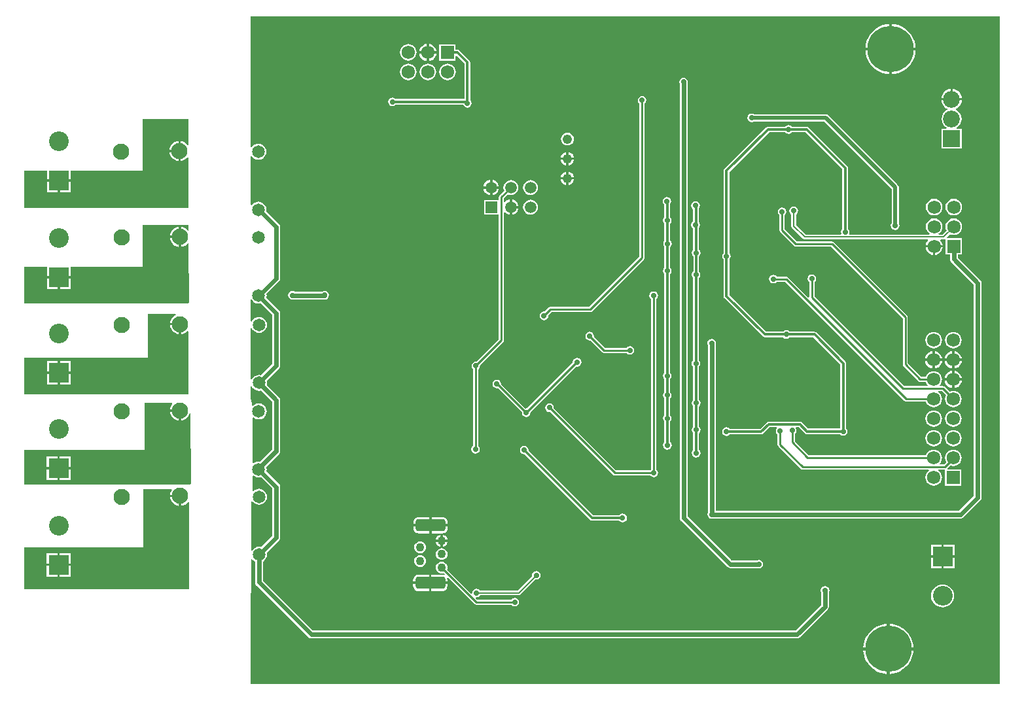
<source format=gbl>
G04*
G04 #@! TF.GenerationSoftware,Altium Limited,Altium Designer,25.2.1 (25)*
G04*
G04 Layer_Physical_Order=2*
G04 Layer_Color=16711680*
%FSLAX44Y44*%
%MOMM*%
G71*
G04*
G04 #@! TF.SameCoordinates,A71CF6F4-CF6F-4F02-8CC4-27F24B5748F8*
G04*
G04*
G04 #@! TF.FilePolarity,Positive*
G04*
G01*
G75*
%ADD11C,0.3000*%
%ADD13C,0.2000*%
%ADD62C,1.1000*%
%ADD63C,1.6500*%
%ADD75R,2.5500X2.5500*%
%ADD100C,0.2500*%
%ADD101C,0.6000*%
%ADD106C,0.2540*%
%ADD107C,0.5000*%
%ADD110C,6.0000*%
G04:AMPARAMS|DCode=111|XSize=1.6mm|YSize=3.9mm|CornerRadius=0.4mm|HoleSize=0mm|Usage=FLASHONLY|Rotation=90.000|XOffset=0mm|YOffset=0mm|HoleType=Round|Shape=RoundedRectangle|*
%AMROUNDEDRECTD111*
21,1,1.6000,3.1000,0,0,90.0*
21,1,0.8000,3.9000,0,0,90.0*
1,1,0.8000,1.5500,0.4000*
1,1,0.8000,1.5500,-0.4000*
1,1,0.8000,-1.5500,-0.4000*
1,1,0.8000,-1.5500,0.4000*
%
%ADD111ROUNDEDRECTD111*%
%ADD112R,1.7250X1.7250*%
%ADD113C,1.7250*%
%ADD114R,1.7250X1.7250*%
%ADD115C,2.5500*%
%ADD116C,1.2400*%
%ADD117C,2.1000*%
%ADD118C,1.5000*%
%ADD119R,1.5000X1.5000*%
%ADD120R,2.1750X2.1750*%
%ADD121C,2.1750*%
%ADD122C,0.7000*%
G36*
X217671Y734431D02*
X217715Y701374D01*
X216446Y700942D01*
X215301Y702434D01*
X212577Y704525D01*
X209405Y705839D01*
X207501Y706089D01*
Y693134D01*
Y680179D01*
X209405Y680430D01*
X212577Y681744D01*
X215301Y683834D01*
X216467Y685354D01*
X217738Y684924D01*
X217825Y620459D01*
X216928Y619560D01*
X5250Y619560D01*
X5250Y667431D01*
X34460D01*
Y656584D01*
X49750D01*
X65040D01*
Y667431D01*
X158305Y667431D01*
Y734431D01*
X217671Y734431D01*
D02*
G37*
G36*
X1267488Y2549D02*
X299142D01*
X298244Y3447D01*
X298246Y117362D01*
X298339Y117912D01*
X298340Y117939D01*
X298345Y117966D01*
X298589Y122429D01*
X298837Y126884D01*
X298835Y126911D01*
X298837Y126938D01*
X298786Y164456D01*
X300055Y164879D01*
X301440Y163074D01*
X303581Y161431D01*
X303652Y161402D01*
Y134750D01*
X304040Y132799D01*
X305145Y131145D01*
X372895Y63395D01*
X374549Y62290D01*
X376500Y61902D01*
X1005000D01*
X1006951Y62290D01*
X1008605Y63395D01*
X1044855Y99645D01*
X1045960Y101299D01*
X1046348Y103250D01*
Y121730D01*
X1046431Y121854D01*
X1046858Y124000D01*
X1046431Y126146D01*
X1045215Y127965D01*
X1043396Y129181D01*
X1041250Y129608D01*
X1039104Y129181D01*
X1037285Y127965D01*
X1036069Y126146D01*
X1035642Y124000D01*
X1036069Y121854D01*
X1036152Y121730D01*
Y105362D01*
X1002888Y72098D01*
X378612D01*
X313848Y136861D01*
Y161402D01*
X313920Y161431D01*
X316061Y163074D01*
X317704Y165215D01*
X318736Y167709D01*
X319089Y170384D01*
X318736Y173060D01*
X318707Y173131D01*
X334855Y189279D01*
X335960Y190933D01*
X336348Y192884D01*
Y258135D01*
X335960Y260086D01*
X334855Y261740D01*
X318457Y278137D01*
X318486Y278209D01*
X318839Y280884D01*
X318486Y283560D01*
X318130Y284421D01*
X334855Y301145D01*
X335960Y302799D01*
X336348Y304750D01*
Y370385D01*
X335960Y372336D01*
X334855Y373989D01*
X318707Y390137D01*
X318736Y390209D01*
X319089Y392884D01*
X318736Y395560D01*
X318707Y395631D01*
X334855Y411779D01*
X335960Y413433D01*
X336348Y415384D01*
Y483135D01*
X335960Y485086D01*
X334855Y486740D01*
X318457Y503137D01*
X318486Y503209D01*
X318839Y505884D01*
X318519Y508310D01*
X334855Y524645D01*
X335960Y526299D01*
X336348Y528250D01*
Y594589D01*
X335960Y596540D01*
X334855Y598194D01*
X318057Y614992D01*
X318339Y617134D01*
X317987Y619810D01*
X316954Y622304D01*
X315311Y624445D01*
X313170Y626088D01*
X310676Y627121D01*
X308000Y627473D01*
X305325Y627121D01*
X302831Y626088D01*
X300690Y624445D01*
X299523Y622923D01*
X298253Y623354D01*
X298253Y685913D01*
X299523Y686344D01*
X300690Y684824D01*
X302831Y683181D01*
X305325Y682148D01*
X308000Y681796D01*
X310676Y682148D01*
X313170Y683181D01*
X315311Y684824D01*
X316954Y686965D01*
X317987Y689458D01*
X318339Y692134D01*
X317987Y694810D01*
X316954Y697303D01*
X315311Y699445D01*
X313170Y701088D01*
X310676Y702121D01*
X308000Y702473D01*
X305325Y702121D01*
X302831Y701088D01*
X300690Y699445D01*
X299524Y697925D01*
X298254Y698356D01*
X298256Y867397D01*
X1267488D01*
Y2549D01*
D02*
G37*
G36*
X217844Y597431D02*
X217854Y590485D01*
X216651Y590076D01*
X215801Y591185D01*
X213077Y593275D01*
X209904Y594589D01*
X208000Y594839D01*
Y581884D01*
Y568929D01*
X209904Y569180D01*
X213077Y570494D01*
X215801Y572584D01*
X216674Y573722D01*
X217877Y573315D01*
X217981Y496475D01*
X217083Y495576D01*
X5437Y495576D01*
X5437Y543447D01*
X34460D01*
Y531276D01*
X49750D01*
X65040D01*
Y543447D01*
X158461D01*
X158461Y597431D01*
X217844Y597431D01*
D02*
G37*
G36*
X299547Y500715D02*
X301190Y498574D01*
X303331Y496931D01*
X305825Y495898D01*
X308500Y495546D01*
X311176Y495898D01*
X311247Y495928D01*
X326152Y481023D01*
Y417496D01*
X311497Y402841D01*
X311426Y402870D01*
X308750Y403223D01*
X306075Y402870D01*
X303581Y401838D01*
X301440Y400195D01*
X299797Y398054D01*
X299520Y397384D01*
X298250Y397636D01*
X298251Y463130D01*
X299520Y463383D01*
X299797Y462715D01*
X301440Y460574D01*
X303581Y458931D01*
X306075Y457898D01*
X308750Y457546D01*
X311426Y457898D01*
X313920Y458931D01*
X316061Y460574D01*
X317704Y462715D01*
X318736Y465209D01*
X319089Y467884D01*
X318736Y470560D01*
X317704Y473054D01*
X316061Y475195D01*
X313920Y476838D01*
X311426Y477870D01*
X308750Y478223D01*
X306075Y477870D01*
X303581Y476838D01*
X301440Y475195D01*
X299797Y473054D01*
X299521Y472386D01*
X298251Y472639D01*
X298251Y500525D01*
X299521Y500778D01*
X299547Y500715D01*
D02*
G37*
G36*
X200853Y481931D02*
X201106Y480661D01*
X200174Y480275D01*
X197450Y478185D01*
X195360Y475461D01*
X194046Y472288D01*
X193795Y470385D01*
X206751D01*
Y468885D01*
X208251D01*
Y455929D01*
X210154Y456180D01*
X213327Y457494D01*
X216051Y459584D01*
X216200Y459778D01*
X217402Y459371D01*
X217511Y379079D01*
X216614Y378181D01*
X5250Y378181D01*
X5250Y425181D01*
X165000Y425181D01*
X165000Y481931D01*
X200853Y481931D01*
D02*
G37*
G36*
X299797Y387715D02*
X301440Y385574D01*
X303581Y383931D01*
X306075Y382898D01*
X308750Y382546D01*
X311426Y382898D01*
X311497Y382928D01*
X326152Y368273D01*
Y306862D01*
X310279Y290989D01*
X308500Y291223D01*
X305825Y290870D01*
X303331Y289838D01*
X301876Y288721D01*
X300605Y289347D01*
X300527Y347482D01*
X301796Y348109D01*
X303331Y346931D01*
X305825Y345898D01*
X308500Y345546D01*
X311176Y345898D01*
X313670Y346931D01*
X315811Y348574D01*
X317454Y350715D01*
X318486Y353209D01*
X318839Y355884D01*
X318486Y358560D01*
X317454Y361054D01*
X315811Y363195D01*
X313670Y364838D01*
X311176Y365871D01*
X308500Y366223D01*
X305825Y365871D01*
X303331Y364838D01*
X301190Y363195D01*
X301143Y363134D01*
X299798Y363467D01*
X299349Y366084D01*
X298755Y369909D01*
X298591Y370511D01*
X298486Y371127D01*
X298249Y371943D01*
X298249Y388133D01*
X299520Y388385D01*
X299797Y387715D01*
D02*
G37*
G36*
X196025Y366739D02*
X196651Y365469D01*
X195110Y363461D01*
X193796Y360289D01*
X193545Y358384D01*
X206500D01*
Y356884D01*
X208001D01*
Y343929D01*
X209904Y344180D01*
X213077Y345494D01*
X215801Y347584D01*
X217891Y350308D01*
X219205Y353480D01*
X220393Y353191D01*
X220517Y261686D01*
X219619Y260788D01*
X5250Y260788D01*
X5250Y305931D01*
X161015Y305931D01*
X161015Y366739D01*
X196025Y366739D01*
D02*
G37*
G36*
X303331Y271931D02*
X305825Y270898D01*
X308500Y270546D01*
X311176Y270898D01*
X311247Y270928D01*
X326152Y256023D01*
Y194996D01*
X311497Y180341D01*
X311426Y180371D01*
X308750Y180723D01*
X306075Y180371D01*
X303581Y179338D01*
X301440Y177695D01*
X300040Y175871D01*
X298770Y176253D01*
X298685Y238376D01*
X298666Y238723D01*
X298682Y239071D01*
X298674Y239183D01*
X298872Y239350D01*
X300599Y239170D01*
X301440Y238074D01*
X303581Y236431D01*
X306075Y235398D01*
X308750Y235046D01*
X311426Y235398D01*
X313920Y236431D01*
X316061Y238074D01*
X317704Y240215D01*
X318736Y242709D01*
X319089Y245384D01*
X318736Y248060D01*
X317704Y250554D01*
X316061Y252695D01*
X313920Y254338D01*
X311426Y255371D01*
X308750Y255723D01*
X306075Y255371D01*
X303581Y254338D01*
X301440Y252695D01*
X301397Y252639D01*
X300972Y252702D01*
X300168Y253123D01*
X300396Y257283D01*
X300643Y261740D01*
X300641Y261768D01*
X300643Y261795D01*
X300628Y272404D01*
X301898Y273031D01*
X303331Y271931D01*
D02*
G37*
G36*
X195820Y255431D02*
X196381Y254292D01*
X195360Y252961D01*
X194046Y249788D01*
X193795Y247885D01*
X206749D01*
Y246385D01*
X208249D01*
Y233429D01*
X210154Y233680D01*
X213327Y234994D01*
X216051Y237084D01*
X217289Y238698D01*
X218559Y238267D01*
X218711Y126829D01*
X217813Y125931D01*
X5250Y125931D01*
X5250Y179681D01*
X159171Y179681D01*
X159171Y255431D01*
X195820Y255431D01*
D02*
G37*
%LPC*%
G36*
X204501Y706089D02*
X202596Y705839D01*
X199424Y704525D01*
X196700Y702434D01*
X194610Y699711D01*
X193296Y696538D01*
X193045Y694634D01*
X204501D01*
Y706089D01*
D02*
G37*
G36*
Y691634D02*
X193045D01*
X193296Y689730D01*
X194610Y686558D01*
X196700Y683834D01*
X199424Y681744D01*
X202596Y680430D01*
X204501Y680179D01*
Y691634D01*
D02*
G37*
G36*
X65040Y653584D02*
X51250D01*
Y639794D01*
X65040D01*
Y653584D01*
D02*
G37*
G36*
X48250D02*
X34460D01*
Y639794D01*
X48250D01*
Y653584D01*
D02*
G37*
G36*
X1128000Y857483D02*
Y827000D01*
X1158483D01*
X1158239Y830106D01*
X1157043Y835087D01*
X1155083Y839818D01*
X1152407Y844186D01*
X1149080Y848080D01*
X1145186Y851407D01*
X1140818Y854083D01*
X1136087Y856043D01*
X1131106Y857239D01*
X1128000Y857483D01*
D02*
G37*
G36*
X1124000D02*
X1120894Y857239D01*
X1115913Y856043D01*
X1111181Y854083D01*
X1106814Y851407D01*
X1102920Y848080D01*
X1099593Y844186D01*
X1096917Y839818D01*
X1094957Y835087D01*
X1093761Y830106D01*
X1093517Y827000D01*
X1124000D01*
Y857483D01*
D02*
G37*
G36*
X528852Y831792D02*
Y822228D01*
X538415D01*
X538229Y823643D01*
X537104Y826359D01*
X535315Y828691D01*
X532982Y830481D01*
X530266Y831606D01*
X528852Y831792D01*
D02*
G37*
G36*
X525852D02*
X524437Y831606D01*
X521721Y830481D01*
X519389Y828691D01*
X517599Y826359D01*
X516474Y823643D01*
X516288Y822228D01*
X525852D01*
Y831792D01*
D02*
G37*
G36*
X501952Y831445D02*
X499178Y831079D01*
X496593Y830009D01*
X494374Y828306D01*
X492671Y826086D01*
X491600Y823502D01*
X491235Y820728D01*
X491600Y817954D01*
X492671Y815370D01*
X494374Y813150D01*
X496593Y811447D01*
X499178Y810376D01*
X501952Y810011D01*
X504725Y810376D01*
X507310Y811447D01*
X509529Y813150D01*
X511232Y815370D01*
X512303Y817954D01*
X512668Y820728D01*
X512303Y823502D01*
X511232Y826086D01*
X509529Y828306D01*
X507310Y830009D01*
X504725Y831079D01*
X501952Y831445D01*
D02*
G37*
G36*
X538415Y819228D02*
X528852D01*
Y809664D01*
X530266Y809850D01*
X532982Y810975D01*
X535315Y812765D01*
X537104Y815097D01*
X538229Y817813D01*
X538415Y819228D01*
D02*
G37*
G36*
X525852D02*
X516288D01*
X516474Y817813D01*
X517599Y815097D01*
X519389Y812765D01*
X521721Y810975D01*
X524437Y809850D01*
X525852Y809664D01*
Y819228D01*
D02*
G37*
G36*
X1158483Y823000D02*
X1128000D01*
Y792517D01*
X1131106Y792761D01*
X1136087Y793957D01*
X1140818Y795917D01*
X1145186Y798593D01*
X1149080Y801920D01*
X1152407Y805814D01*
X1155083Y810182D01*
X1157043Y814913D01*
X1158239Y819894D01*
X1158483Y823000D01*
D02*
G37*
G36*
X1124000D02*
X1093517D01*
X1093761Y819894D01*
X1094957Y814913D01*
X1096917Y810182D01*
X1099593Y805814D01*
X1102920Y801920D01*
X1106814Y798593D01*
X1111181Y795917D01*
X1115913Y793957D01*
X1120894Y792761D01*
X1124000Y792517D01*
Y823000D01*
D02*
G37*
G36*
X552752Y806045D02*
X549978Y805679D01*
X547393Y804609D01*
X545174Y802906D01*
X543471Y800686D01*
X542400Y798102D01*
X542035Y795328D01*
X542400Y792554D01*
X543471Y789970D01*
X545174Y787750D01*
X547393Y786047D01*
X549978Y784976D01*
X552752Y784611D01*
X555525Y784976D01*
X558110Y786047D01*
X560329Y787750D01*
X562033Y789970D01*
X563103Y792554D01*
X563468Y795328D01*
X563103Y798102D01*
X562033Y800686D01*
X560329Y802906D01*
X558110Y804609D01*
X555525Y805679D01*
X552752Y806045D01*
D02*
G37*
G36*
X527352D02*
X524578Y805679D01*
X521993Y804609D01*
X519774Y802906D01*
X518071Y800686D01*
X517000Y798102D01*
X516635Y795328D01*
X517000Y792554D01*
X518071Y789970D01*
X519774Y787750D01*
X521993Y786047D01*
X524578Y784976D01*
X527352Y784611D01*
X530125Y784976D01*
X532710Y786047D01*
X534929Y787750D01*
X536632Y789970D01*
X537703Y792554D01*
X538068Y795328D01*
X537703Y798102D01*
X536632Y800686D01*
X534929Y802906D01*
X532710Y804609D01*
X530125Y805679D01*
X527352Y806045D01*
D02*
G37*
G36*
X501952D02*
X499178Y805679D01*
X496593Y804609D01*
X494374Y802906D01*
X492671Y800686D01*
X491600Y798102D01*
X491235Y795328D01*
X491600Y792554D01*
X492671Y789970D01*
X494374Y787750D01*
X496593Y786047D01*
X499178Y784976D01*
X501952Y784611D01*
X504725Y784976D01*
X507310Y786047D01*
X509529Y787750D01*
X511232Y789970D01*
X512303Y792554D01*
X512668Y795328D01*
X512303Y798102D01*
X511232Y800686D01*
X509529Y802906D01*
X507310Y804609D01*
X504725Y805679D01*
X501952Y806045D01*
D02*
G37*
G36*
X1206530Y773424D02*
Y761591D01*
X1218363D01*
X1218100Y763593D01*
X1216748Y766856D01*
X1214598Y769659D01*
X1211795Y771809D01*
X1208532Y773160D01*
X1206530Y773424D01*
D02*
G37*
G36*
X1203530Y773424D02*
X1201528Y773160D01*
X1198265Y771809D01*
X1195462Y769659D01*
X1193312Y766856D01*
X1191960Y763593D01*
X1191697Y761591D01*
X1203530D01*
Y773424D01*
D02*
G37*
G36*
X563377Y831353D02*
X542127D01*
Y810103D01*
X563377D01*
Y816045D01*
X564647Y816572D01*
X574931Y806287D01*
Y760319D01*
X485730D01*
X485465Y760715D01*
X483646Y761931D01*
X481500Y762358D01*
X479354Y761931D01*
X477535Y760715D01*
X476319Y758896D01*
X475892Y756750D01*
X476319Y754604D01*
X477535Y752785D01*
X479354Y751569D01*
X481500Y751142D01*
X483646Y751569D01*
X485465Y752785D01*
X485730Y753181D01*
X573219D01*
X573319Y752677D01*
X574535Y750858D01*
X576354Y749642D01*
X578500Y749215D01*
X580646Y749642D01*
X582465Y750858D01*
X583681Y752677D01*
X584108Y754823D01*
X583681Y756969D01*
X582465Y758789D01*
X582069Y759054D01*
Y807765D01*
X581797Y809130D01*
X581023Y810288D01*
X568031Y823281D01*
X566873Y824054D01*
X565507Y824326D01*
X565359Y824296D01*
X563377D01*
Y831353D01*
D02*
G37*
G36*
X707867Y716777D02*
X705726Y716495D01*
X703731Y715669D01*
X702018Y714355D01*
X700704Y712642D01*
X699878Y710647D01*
X699596Y708506D01*
X699878Y706366D01*
X700704Y704371D01*
X702018Y702658D01*
X703731Y701344D01*
X705726Y700517D01*
X707867Y700236D01*
X710007Y700517D01*
X712002Y701344D01*
X713715Y702658D01*
X715029Y704371D01*
X715855Y706366D01*
X716137Y708506D01*
X715855Y710647D01*
X715029Y712642D01*
X713715Y714355D01*
X712002Y715669D01*
X710007Y716495D01*
X707867Y716777D01*
D02*
G37*
G36*
X1218363Y758591D02*
X1205030D01*
X1191697D01*
X1191960Y756589D01*
X1193312Y753325D01*
X1195462Y750523D01*
X1198265Y748373D01*
X1199808Y747734D01*
Y746463D01*
X1198537Y745937D01*
X1195847Y743873D01*
X1193784Y741184D01*
X1192486Y738052D01*
X1192044Y734691D01*
X1192486Y731330D01*
X1193784Y728198D01*
X1195847Y725508D01*
X1198537Y723445D01*
X1198617Y723411D01*
X1198369Y722166D01*
X1192155D01*
Y696416D01*
X1217905D01*
Y722166D01*
X1211691D01*
X1211443Y723411D01*
X1211523Y723445D01*
X1214212Y725508D01*
X1216276Y728198D01*
X1217574Y731330D01*
X1218016Y734691D01*
X1217574Y738052D01*
X1216276Y741184D01*
X1214212Y743873D01*
X1211523Y745937D01*
X1210252Y746463D01*
Y747734D01*
X1211795Y748373D01*
X1214598Y750523D01*
X1216748Y753325D01*
X1218100Y756589D01*
X1218363Y758591D01*
D02*
G37*
G36*
X709366Y691724D02*
Y684606D01*
X716484D01*
X716382Y685388D01*
X715501Y687514D01*
X714100Y689340D01*
X712274Y690741D01*
X710148Y691621D01*
X709366Y691724D01*
D02*
G37*
G36*
X706366Y691724D02*
X705585Y691621D01*
X703459Y690741D01*
X701633Y689340D01*
X700232Y687514D01*
X699352Y685388D01*
X699249Y684606D01*
X706366D01*
Y691724D01*
D02*
G37*
G36*
Y681606D02*
X699249D01*
X699352Y680825D01*
X700232Y678699D01*
X701633Y676873D01*
X703459Y675472D01*
X705585Y674591D01*
X706366Y674489D01*
Y681606D01*
D02*
G37*
G36*
X716484D02*
X709366D01*
Y674488D01*
X710148Y674591D01*
X712274Y675472D01*
X714100Y676873D01*
X715501Y678699D01*
X716382Y680825D01*
X716484Y681606D01*
D02*
G37*
G36*
X709366Y666324D02*
Y659206D01*
X716484D01*
X716382Y659988D01*
X715501Y662114D01*
X714100Y663940D01*
X712274Y665341D01*
X710148Y666221D01*
X709366Y666324D01*
D02*
G37*
G36*
X706366Y666324D02*
X705585Y666221D01*
X703459Y665341D01*
X701633Y663940D01*
X700232Y662114D01*
X699352Y659988D01*
X699249Y659206D01*
X706366D01*
Y666324D01*
D02*
G37*
G36*
Y656206D02*
X699249D01*
X699352Y655425D01*
X700232Y653299D01*
X701633Y651473D01*
X703459Y650072D01*
X705585Y649191D01*
X706366Y649089D01*
Y656206D01*
D02*
G37*
G36*
X716484D02*
X709366D01*
Y649088D01*
X710148Y649191D01*
X712274Y650072D01*
X714100Y651473D01*
X715501Y653299D01*
X716382Y655425D01*
X716484Y656206D01*
D02*
G37*
G36*
X610819Y655683D02*
Y647254D01*
X619248D01*
X619101Y648375D01*
X618089Y650817D01*
X616480Y652915D01*
X614383Y654524D01*
X611940Y655536D01*
X610819Y655683D01*
D02*
G37*
G36*
X607819D02*
X606698Y655536D01*
X604256Y654524D01*
X602159Y652915D01*
X600549Y650817D01*
X599538Y648375D01*
X599390Y647254D01*
X607819D01*
Y655683D01*
D02*
G37*
G36*
X660119Y655336D02*
X657639Y655010D01*
X655328Y654052D01*
X653344Y652530D01*
X651821Y650545D01*
X650864Y648234D01*
X650537Y645754D01*
X650864Y643274D01*
X651821Y640963D01*
X653344Y638979D01*
X655328Y637456D01*
X657639Y636498D01*
X660119Y636172D01*
X662599Y636498D01*
X664910Y637456D01*
X666895Y638979D01*
X668418Y640963D01*
X669375Y643274D01*
X669701Y645754D01*
X669375Y648234D01*
X668418Y650545D01*
X666895Y652530D01*
X664910Y654052D01*
X662599Y655010D01*
X660119Y655336D01*
D02*
G37*
G36*
X634719D02*
X632239Y655010D01*
X629928Y654052D01*
X627944Y652530D01*
X626421Y650545D01*
X625464Y648234D01*
X625137Y645754D01*
X625464Y643274D01*
X626076Y641797D01*
X620157Y635878D01*
X619439Y634803D01*
X619186Y633535D01*
Y630972D01*
X618819Y629854D01*
X617916Y629854D01*
X599819D01*
Y610854D01*
X617916D01*
X618819Y610854D01*
X619186Y609736D01*
Y449373D01*
X590269Y420455D01*
X589500Y420608D01*
X587354Y420181D01*
X585535Y418965D01*
X584319Y417146D01*
X583892Y415000D01*
X584319Y412854D01*
X585535Y411035D01*
X585933Y410769D01*
Y311435D01*
X585027Y310830D01*
X583812Y309011D01*
X583385Y306865D01*
X583812Y304719D01*
X585027Y302900D01*
X586847Y301684D01*
X588993Y301257D01*
X591138Y301684D01*
X592958Y302900D01*
X594173Y304719D01*
X594600Y306865D01*
X594173Y309011D01*
X592958Y310830D01*
X592560Y311096D01*
Y410430D01*
X593465Y411035D01*
X594681Y412854D01*
X595108Y415000D01*
X594955Y415769D01*
X624843Y445657D01*
X625561Y446732D01*
X625814Y448000D01*
Y613381D01*
X627084Y613812D01*
X627559Y613193D01*
X629656Y611584D01*
X632098Y610572D01*
X633219Y610425D01*
Y620354D01*
Y630283D01*
X632098Y630136D01*
X629656Y629124D01*
X627559Y627515D01*
X627084Y626895D01*
X625814Y627327D01*
Y632162D01*
X630762Y637110D01*
X632239Y636498D01*
X634719Y636172D01*
X637199Y636498D01*
X639510Y637456D01*
X641495Y638979D01*
X643018Y640963D01*
X643975Y643274D01*
X644301Y645754D01*
X643975Y648234D01*
X643018Y650545D01*
X641495Y652530D01*
X639510Y654052D01*
X637199Y655010D01*
X634719Y655336D01*
D02*
G37*
G36*
X619248Y644254D02*
X610819D01*
Y635825D01*
X611940Y635972D01*
X614383Y636984D01*
X616480Y638593D01*
X618089Y640691D01*
X619101Y643133D01*
X619248Y644254D01*
D02*
G37*
G36*
X607819D02*
X599390D01*
X599538Y643133D01*
X600549Y640691D01*
X602159Y638593D01*
X604256Y636984D01*
X606698Y635972D01*
X607819Y635825D01*
Y644254D01*
D02*
G37*
G36*
X636219Y630283D02*
Y621854D01*
X644648D01*
X644501Y622975D01*
X643489Y625417D01*
X641880Y627515D01*
X639783Y629124D01*
X637340Y630136D01*
X636219Y630283D01*
D02*
G37*
G36*
X660119Y629936D02*
X657639Y629609D01*
X655328Y628652D01*
X653344Y627130D01*
X651821Y625145D01*
X650864Y622834D01*
X650537Y620354D01*
X650864Y617874D01*
X651821Y615563D01*
X653344Y613579D01*
X655328Y612056D01*
X657639Y611099D01*
X660119Y610772D01*
X662599Y611099D01*
X664910Y612056D01*
X666895Y613579D01*
X668418Y615563D01*
X669375Y617874D01*
X669701Y620354D01*
X669375Y622834D01*
X668418Y625145D01*
X666895Y627130D01*
X664910Y628652D01*
X662599Y629609D01*
X660119Y629936D01*
D02*
G37*
G36*
X644648Y618854D02*
X636219D01*
Y610425D01*
X637340Y610572D01*
X639783Y611584D01*
X641880Y613193D01*
X643489Y615291D01*
X644501Y617733D01*
X644648Y618854D01*
D02*
G37*
G36*
X1207804Y631143D02*
X1205030Y630778D01*
X1202445Y629707D01*
X1200226Y628004D01*
X1198523Y625784D01*
X1197452Y623200D01*
X1197087Y620426D01*
X1197452Y617652D01*
X1198523Y615068D01*
X1200226Y612848D01*
X1202445Y611145D01*
X1205030Y610075D01*
X1207804Y609709D01*
X1210577Y610075D01*
X1213162Y611145D01*
X1215381Y612848D01*
X1217085Y615068D01*
X1218155Y617652D01*
X1218520Y620426D01*
X1218155Y623200D01*
X1217085Y625784D01*
X1215381Y628004D01*
X1213162Y629707D01*
X1210577Y630778D01*
X1207804Y631143D01*
D02*
G37*
G36*
X1182404D02*
X1179630Y630778D01*
X1177045Y629707D01*
X1174826Y628004D01*
X1173123Y625784D01*
X1172052Y623200D01*
X1171687Y620426D01*
X1172052Y617652D01*
X1173123Y615068D01*
X1174826Y612848D01*
X1177045Y611145D01*
X1179630Y610075D01*
X1182404Y609709D01*
X1185177Y610075D01*
X1187762Y611145D01*
X1189982Y612848D01*
X1191685Y615068D01*
X1192755Y617652D01*
X1193120Y620426D01*
X1192755Y623200D01*
X1191685Y625784D01*
X1189982Y628004D01*
X1187762Y629707D01*
X1185177Y630778D01*
X1182404Y631143D01*
D02*
G37*
G36*
X946500Y741608D02*
X944354Y741181D01*
X942535Y739965D01*
X941319Y738146D01*
X940892Y736000D01*
X941319Y733854D01*
X942535Y732035D01*
X944354Y730819D01*
X946500Y730392D01*
X948646Y730819D01*
X949533Y731412D01*
X1040099D01*
X1127412Y644100D01*
Y599533D01*
X1126819Y598646D01*
X1126392Y596500D01*
X1126819Y594354D01*
X1128035Y592535D01*
X1129854Y591319D01*
X1132000Y590892D01*
X1134146Y591319D01*
X1135965Y592535D01*
X1137181Y594354D01*
X1137608Y596500D01*
X1137181Y598646D01*
X1136588Y599533D01*
Y646000D01*
X1136239Y647756D01*
X1135244Y649244D01*
X1045244Y739244D01*
X1043756Y740239D01*
X1042000Y740588D01*
X949533D01*
X948646Y741181D01*
X946500Y741608D01*
D02*
G37*
G36*
X994000Y726608D02*
X991854Y726181D01*
X990035Y724965D01*
X989770Y724569D01*
X967500D01*
X966134Y724297D01*
X964977Y723523D01*
X911254Y669801D01*
X910481Y668643D01*
X910209Y667278D01*
Y561044D01*
X909812Y560779D01*
X908597Y558960D01*
X908170Y556814D01*
X908597Y554668D01*
X909812Y552849D01*
X910209Y552584D01*
Y504972D01*
X910481Y503607D01*
X911254Y502449D01*
X960681Y453023D01*
X961838Y452249D01*
X963204Y451977D01*
X987020D01*
X987285Y451581D01*
X989105Y450365D01*
X991251Y449938D01*
X993397Y450365D01*
X995216Y451581D01*
X995481Y451977D01*
X1025976D01*
X1061224Y416729D01*
Y334282D01*
X1060828Y334017D01*
X1060563Y333621D01*
X1019464D01*
X1011618Y341466D01*
X1010460Y342240D01*
X1009094Y342512D01*
X978168D01*
X978116Y342547D01*
X976750Y342819D01*
X968250D01*
X966884Y342547D01*
X965727Y341773D01*
X957293Y333340D01*
X918008D01*
X917743Y333736D01*
X915924Y334952D01*
X913778Y335379D01*
X911632Y334952D01*
X909812Y333736D01*
X908597Y331917D01*
X908170Y329771D01*
X908597Y327625D01*
X909812Y325806D01*
X911632Y324590D01*
X913778Y324163D01*
X915924Y324590D01*
X917743Y325806D01*
X918008Y326203D01*
X958771D01*
X960137Y326474D01*
X961294Y327248D01*
X969728Y335681D01*
X975639D01*
X975691Y335646D01*
X977057Y335374D01*
X978528D01*
X979023Y334104D01*
X978037Y332628D01*
X977610Y330482D01*
X978037Y328336D01*
X979252Y326517D01*
X979884Y326095D01*
Y312968D01*
X980137Y311693D01*
X980860Y310611D01*
X1010003Y281468D01*
X1011084Y280746D01*
X1012360Y280492D01*
X1175513D01*
X1175944Y279222D01*
X1174220Y277899D01*
X1172517Y275679D01*
X1171446Y273095D01*
X1171081Y270321D01*
X1171446Y267547D01*
X1172517Y264963D01*
X1174220Y262743D01*
X1176439Y261040D01*
X1179024Y259969D01*
X1181798Y259604D01*
X1184571Y259969D01*
X1187156Y261040D01*
X1189376Y262743D01*
X1191079Y264963D01*
X1192149Y267547D01*
X1192514Y270321D01*
X1192149Y273095D01*
X1191079Y275679D01*
X1189376Y277899D01*
X1187651Y279222D01*
X1188082Y280492D01*
X1196399D01*
X1196573Y280349D01*
Y259696D01*
X1217823D01*
Y280946D01*
X1200030D01*
X1199504Y282216D01*
X1203175Y285887D01*
X1204424Y285369D01*
X1207198Y285004D01*
X1209971Y285369D01*
X1212556Y286440D01*
X1214776Y288143D01*
X1216479Y290363D01*
X1217549Y292947D01*
X1217915Y295721D01*
X1217549Y298495D01*
X1216479Y301079D01*
X1214776Y303299D01*
X1212556Y305002D01*
X1209971Y306073D01*
X1207198Y306438D01*
X1204424Y306073D01*
X1201839Y305002D01*
X1199620Y303299D01*
X1197917Y301079D01*
X1196846Y298495D01*
X1196481Y295721D01*
X1196846Y292947D01*
X1197917Y290363D01*
X1198049Y290191D01*
X1195018Y287160D01*
X1190020D01*
X1189596Y288430D01*
X1191079Y290363D01*
X1192149Y292947D01*
X1192514Y295721D01*
X1192149Y298495D01*
X1191079Y301079D01*
X1189376Y303299D01*
X1187156Y305002D01*
X1184571Y306073D01*
X1181798Y306438D01*
X1179024Y306073D01*
X1176439Y305002D01*
X1174220Y303299D01*
X1172517Y301079D01*
X1171678Y299055D01*
X1020257D01*
X1002054Y317257D01*
Y326984D01*
X1002686Y327406D01*
X1003901Y329225D01*
X1004328Y331371D01*
X1003901Y333517D01*
X1003509Y334104D01*
X1004187Y335374D01*
X1007616D01*
X1015462Y327529D01*
X1016620Y326755D01*
X1017985Y326483D01*
X1060563D01*
X1060828Y326087D01*
X1062647Y324871D01*
X1064793Y324444D01*
X1066939Y324871D01*
X1068758Y326087D01*
X1069974Y327906D01*
X1070401Y330052D01*
X1069974Y332198D01*
X1068758Y334017D01*
X1068361Y334282D01*
Y418207D01*
X1068090Y419573D01*
X1067316Y420731D01*
X1029977Y458069D01*
X1028820Y458843D01*
X1027454Y459115D01*
X995481D01*
X995216Y459511D01*
X993397Y460727D01*
X991251Y461154D01*
X989105Y460727D01*
X987285Y459511D01*
X987020Y459115D01*
X964682D01*
X917346Y506450D01*
Y552584D01*
X917743Y552849D01*
X918959Y554668D01*
X919385Y556814D01*
X918959Y558960D01*
X917743Y560779D01*
X917346Y561044D01*
Y665800D01*
X968978Y717431D01*
X989770D01*
X990035Y717035D01*
X991854Y715819D01*
X994000Y715392D01*
X996146Y715819D01*
X997965Y717035D01*
X998230Y717431D01*
X1015938D01*
X1063746Y669623D01*
Y592434D01*
X1063349Y592169D01*
X1062133Y590350D01*
X1061706Y588204D01*
X1062133Y586058D01*
X1062250Y585883D01*
X1061652Y584763D01*
X1016260D01*
X1003745Y597278D01*
Y611163D01*
X1004652Y611769D01*
X1005867Y613588D01*
X1006294Y615734D01*
X1005867Y617880D01*
X1004652Y619700D01*
X1002832Y620915D01*
X1000686Y621342D01*
X998540Y620915D01*
X996721Y619700D01*
X995506Y617880D01*
X995079Y615734D01*
X995506Y613588D01*
X996721Y611769D01*
X997628Y611163D01*
Y596011D01*
X997628Y596011D01*
X997861Y594840D01*
X998524Y593848D01*
X1012831Y579541D01*
X1012831Y579541D01*
X1013823Y578878D01*
X1014993Y578645D01*
X1173923D01*
X1174277Y577375D01*
X1172651Y575257D01*
X1171526Y572541D01*
X1171340Y571126D01*
X1182403D01*
X1193468D01*
X1193281Y572541D01*
X1192156Y575257D01*
X1190531Y577375D01*
X1190884Y578645D01*
X1194481D01*
X1194482Y578645D01*
X1195652Y578878D01*
X1195909Y579049D01*
X1197179Y578371D01*
Y559001D01*
X1202706D01*
Y553196D01*
X1203094Y551245D01*
X1204199Y549592D01*
X1233652Y520138D01*
Y246486D01*
X1214805Y227639D01*
X899697D01*
Y442303D01*
X900107Y444360D01*
X899680Y446506D01*
X898464Y448325D01*
X896645Y449541D01*
X894499Y449968D01*
X892353Y449541D01*
X890534Y448325D01*
X889318Y446506D01*
X888891Y444360D01*
X889318Y442214D01*
X889501Y441940D01*
Y224598D01*
X889092Y222541D01*
X889519Y220395D01*
X890734Y218576D01*
X892554Y217360D01*
X894700Y216933D01*
X896846Y217360D01*
X896970Y217443D01*
X1216917D01*
X1218867Y217831D01*
X1220521Y218936D01*
X1242355Y240770D01*
X1243460Y242423D01*
X1243848Y244374D01*
Y522250D01*
X1243460Y524201D01*
X1242355Y525855D01*
X1212902Y555308D01*
Y559001D01*
X1218429D01*
Y580251D01*
X1199014D01*
X1198528Y581424D01*
X1202730Y585627D01*
X1205030Y584674D01*
X1207804Y584309D01*
X1210577Y584674D01*
X1213162Y585745D01*
X1215381Y587448D01*
X1217085Y589668D01*
X1218155Y592252D01*
X1218520Y595026D01*
X1218155Y597800D01*
X1217085Y600384D01*
X1215381Y602604D01*
X1213162Y604307D01*
X1210577Y605378D01*
X1207804Y605743D01*
X1205030Y605378D01*
X1202445Y604307D01*
X1200226Y602604D01*
X1198523Y600384D01*
X1197452Y597800D01*
X1197087Y595026D01*
X1197452Y592252D01*
X1198405Y589953D01*
X1193214Y584763D01*
X1188568D01*
X1188137Y586033D01*
X1189982Y587448D01*
X1191685Y589668D01*
X1192755Y592252D01*
X1193120Y595026D01*
X1192755Y597800D01*
X1191685Y600384D01*
X1189982Y602604D01*
X1187762Y604307D01*
X1185177Y605378D01*
X1182404Y605743D01*
X1179630Y605378D01*
X1177045Y604307D01*
X1174826Y602604D01*
X1173123Y600384D01*
X1172052Y597800D01*
X1171687Y595026D01*
X1172052Y592252D01*
X1173123Y589668D01*
X1174826Y587448D01*
X1176671Y586033D01*
X1176239Y584763D01*
X1072977D01*
X1072378Y585883D01*
X1072495Y586058D01*
X1072922Y588204D01*
X1072495Y590350D01*
X1071279Y592169D01*
X1070883Y592434D01*
Y671102D01*
X1070611Y672467D01*
X1069837Y673625D01*
X1019939Y723523D01*
X1018781Y724297D01*
X1017416Y724569D01*
X998230D01*
X997965Y724965D01*
X996146Y726181D01*
X994000Y726608D01*
D02*
G37*
G36*
X1180903Y568126D02*
X1171340D01*
X1171526Y566711D01*
X1172651Y563995D01*
X1174441Y561663D01*
X1176773Y559874D01*
X1179489Y558749D01*
X1180903Y558562D01*
Y568126D01*
D02*
G37*
G36*
X1193467D02*
X1183903D01*
Y558562D01*
X1185318Y558749D01*
X1188034Y559874D01*
X1190367Y561663D01*
X1192156Y563995D01*
X1193281Y566711D01*
X1193467Y568126D01*
D02*
G37*
G36*
X393769Y511895D02*
X391623Y511468D01*
X391443Y511348D01*
X354520D01*
X354396Y511431D01*
X352250Y511858D01*
X350104Y511431D01*
X348285Y510215D01*
X347069Y508396D01*
X346642Y506250D01*
X347069Y504104D01*
X348285Y502285D01*
X350104Y501069D01*
X352250Y500642D01*
X354396Y501069D01*
X354520Y501152D01*
X391554D01*
X391623Y501106D01*
X393769Y500679D01*
X395915Y501106D01*
X397734Y502322D01*
X398950Y504141D01*
X399376Y506287D01*
X398950Y508433D01*
X397734Y510252D01*
X395915Y511468D01*
X393769Y511895D01*
D02*
G37*
G36*
X804510Y764396D02*
X802364Y763969D01*
X800544Y762754D01*
X799329Y760935D01*
X798902Y758789D01*
X799329Y756643D01*
X800544Y754823D01*
X801196Y754388D01*
Y556382D01*
X736127Y491314D01*
X685978D01*
X684710Y491061D01*
X683635Y490343D01*
X678429Y485137D01*
X677661Y485290D01*
X675515Y484864D01*
X673696Y483648D01*
X672480Y481829D01*
X672053Y479683D01*
X672480Y477537D01*
X673696Y475717D01*
X675515Y474502D01*
X677661Y474075D01*
X679807Y474502D01*
X681626Y475717D01*
X682842Y477537D01*
X683269Y479683D01*
X683116Y480451D01*
X687351Y484686D01*
X737500D01*
X738768Y484939D01*
X739843Y485657D01*
X806853Y552666D01*
X807571Y553741D01*
X807823Y555009D01*
Y754388D01*
X808475Y754823D01*
X809690Y756643D01*
X810117Y758789D01*
X809690Y760935D01*
X808475Y762754D01*
X806656Y763969D01*
X804510Y764396D01*
D02*
G37*
G36*
X1207198Y458838D02*
X1204424Y458473D01*
X1201839Y457402D01*
X1199620Y455699D01*
X1197917Y453479D01*
X1196846Y450895D01*
X1196481Y448121D01*
X1196846Y445347D01*
X1197917Y442763D01*
X1199620Y440543D01*
X1201839Y438840D01*
X1204424Y437769D01*
X1207198Y437404D01*
X1209971Y437769D01*
X1212556Y438840D01*
X1214776Y440543D01*
X1216479Y442763D01*
X1217549Y445347D01*
X1217915Y448121D01*
X1217549Y450895D01*
X1216479Y453479D01*
X1214776Y455699D01*
X1212556Y457402D01*
X1209971Y458473D01*
X1207198Y458838D01*
D02*
G37*
G36*
X1181798D02*
X1179024Y458473D01*
X1176439Y457402D01*
X1174220Y455699D01*
X1172517Y453479D01*
X1171446Y450895D01*
X1171081Y448121D01*
X1171446Y445347D01*
X1172517Y442763D01*
X1174220Y440543D01*
X1176439Y438840D01*
X1179024Y437769D01*
X1181798Y437404D01*
X1184571Y437769D01*
X1187156Y438840D01*
X1189376Y440543D01*
X1191079Y442763D01*
X1192149Y445347D01*
X1192514Y448121D01*
X1192149Y450895D01*
X1191079Y453479D01*
X1189376Y455699D01*
X1187156Y457402D01*
X1184571Y458473D01*
X1181798Y458838D01*
D02*
G37*
G36*
X736786Y458880D02*
X734640Y458453D01*
X732821Y457237D01*
X731605Y455418D01*
X731178Y453272D01*
X731605Y451126D01*
X732821Y449307D01*
X734640Y448091D01*
X736786Y447664D01*
X737555Y447817D01*
X752715Y432657D01*
X753790Y431939D01*
X755058Y431686D01*
X784349D01*
X784785Y431035D01*
X786604Y429819D01*
X788750Y429392D01*
X790896Y429819D01*
X792715Y431035D01*
X793931Y432854D01*
X794358Y435000D01*
X793931Y437146D01*
X792715Y438965D01*
X790896Y440181D01*
X788750Y440608D01*
X786604Y440181D01*
X784785Y438965D01*
X784349Y438314D01*
X756431D01*
X742241Y452504D01*
X742394Y453272D01*
X741967Y455418D01*
X740751Y457237D01*
X738932Y458453D01*
X736786Y458880D01*
D02*
G37*
G36*
X1208698Y433785D02*
Y424221D01*
X1218262D01*
X1218075Y425636D01*
X1216950Y428352D01*
X1215161Y430684D01*
X1212828Y432473D01*
X1210112Y433599D01*
X1208698Y433785D01*
D02*
G37*
G36*
X1183298D02*
Y424221D01*
X1192862D01*
X1192675Y425636D01*
X1191550Y428352D01*
X1189761Y430684D01*
X1187428Y432473D01*
X1184712Y433599D01*
X1183298Y433785D01*
D02*
G37*
G36*
X1205698Y433785D02*
X1204283Y433599D01*
X1201567Y432473D01*
X1199235Y430684D01*
X1197445Y428352D01*
X1196320Y425636D01*
X1196134Y424221D01*
X1205698D01*
Y433785D01*
D02*
G37*
G36*
X1180298D02*
X1178883Y433599D01*
X1176167Y432473D01*
X1173835Y430684D01*
X1172045Y428352D01*
X1170920Y425636D01*
X1170734Y424221D01*
X1180298D01*
Y433785D01*
D02*
G37*
G36*
X720500Y425163D02*
X718354Y424736D01*
X716535Y423521D01*
X715319Y421701D01*
X714892Y419555D01*
X714943Y419301D01*
X655398Y359757D01*
X654654Y359905D01*
X653476Y359670D01*
X622026Y391121D01*
X622088Y391433D01*
X621661Y393579D01*
X620445Y395398D01*
X618626Y396614D01*
X616480Y397041D01*
X614334Y396614D01*
X612515Y395398D01*
X611299Y393579D01*
X610872Y391433D01*
X611299Y389287D01*
X612515Y387468D01*
X614334Y386252D01*
X616480Y385825D01*
X617657Y386059D01*
X649108Y354609D01*
X649046Y354297D01*
X649473Y352151D01*
X650688Y350332D01*
X652508Y349116D01*
X654654Y348689D01*
X656800Y349116D01*
X658619Y350332D01*
X659835Y352151D01*
X660262Y354297D01*
X660113Y355041D01*
X719265Y414193D01*
X720500Y413948D01*
X722646Y414374D01*
X724465Y415590D01*
X725681Y417409D01*
X726107Y419555D01*
X725681Y421701D01*
X724465Y423521D01*
X722646Y424736D01*
X720500Y425163D01*
D02*
G37*
G36*
X1205698Y421221D02*
X1196134D01*
X1196320Y419806D01*
X1197445Y417090D01*
X1199235Y414758D01*
X1201567Y412968D01*
X1204283Y411843D01*
X1205698Y411657D01*
Y421221D01*
D02*
G37*
G36*
X1180298D02*
X1170734D01*
X1170920Y419806D01*
X1172045Y417090D01*
X1173835Y414758D01*
X1176167Y412968D01*
X1178883Y411843D01*
X1180298Y411657D01*
Y421221D01*
D02*
G37*
G36*
X1218262D02*
X1208698D01*
Y411657D01*
X1210112Y411843D01*
X1212828Y412968D01*
X1215161Y414758D01*
X1216950Y417090D01*
X1218075Y419806D01*
X1218262Y421221D01*
D02*
G37*
G36*
X1192862D02*
X1183298D01*
Y411657D01*
X1184712Y411843D01*
X1187428Y412968D01*
X1189761Y414758D01*
X1191550Y417090D01*
X1192675Y419806D01*
X1192862Y421221D01*
D02*
G37*
G36*
X1208698Y408385D02*
Y398821D01*
X1218262D01*
X1218075Y400236D01*
X1216950Y402952D01*
X1215161Y405284D01*
X1212828Y407074D01*
X1210112Y408199D01*
X1208698Y408385D01*
D02*
G37*
G36*
X1205698Y408385D02*
X1204283Y408199D01*
X1201567Y407074D01*
X1199235Y405284D01*
X1197445Y402952D01*
X1196320Y400236D01*
X1196134Y398821D01*
X1205698D01*
Y408385D01*
D02*
G37*
G36*
X985712Y620001D02*
X983566Y619574D01*
X981746Y618358D01*
X980531Y616539D01*
X980104Y614393D01*
X980531Y612247D01*
X981746Y610428D01*
X982377Y610006D01*
Y590142D01*
X982631Y588866D01*
X983354Y587784D01*
X1000996Y570143D01*
X1002077Y569420D01*
X1003353Y569166D01*
X1049119D01*
X1141719Y476566D01*
Y416704D01*
X1141973Y415428D01*
X1142696Y414346D01*
X1162079Y394963D01*
X1163160Y394241D01*
X1164436Y393987D01*
X1171678D01*
X1172517Y391963D01*
X1174000Y390030D01*
X1173577Y388760D01*
X1143427D01*
X1027425Y504761D01*
Y523346D01*
X1028077Y523781D01*
X1029292Y525600D01*
X1029719Y527746D01*
X1029292Y529892D01*
X1028077Y531712D01*
X1026257Y532927D01*
X1024111Y533354D01*
X1021965Y532927D01*
X1020146Y531712D01*
X1018931Y529892D01*
X1018504Y527746D01*
X1018931Y525600D01*
X1020146Y523781D01*
X1020798Y523346D01*
Y503963D01*
X1019528Y503437D01*
X993357Y529608D01*
X992276Y530330D01*
X991000Y530584D01*
X978855D01*
X978433Y531215D01*
X976614Y532431D01*
X974468Y532858D01*
X972322Y532431D01*
X970502Y531215D01*
X969287Y529396D01*
X968860Y527250D01*
X969287Y525104D01*
X970502Y523285D01*
X972322Y522069D01*
X974468Y521642D01*
X976614Y522069D01*
X978433Y523285D01*
X978855Y523916D01*
X989619D01*
X1143971Y369563D01*
X1145053Y368841D01*
X1146329Y368587D01*
X1171678D01*
X1172517Y366563D01*
X1174220Y364343D01*
X1176439Y362640D01*
X1179024Y361569D01*
X1181798Y361204D01*
X1184571Y361569D01*
X1187156Y362640D01*
X1189376Y364343D01*
X1191079Y366563D01*
X1192149Y369147D01*
X1192514Y371921D01*
X1192149Y374695D01*
X1191079Y377279D01*
X1189376Y379499D01*
X1187599Y380862D01*
X1188030Y382132D01*
X1192300D01*
X1197693Y376739D01*
X1196846Y374695D01*
X1196481Y371921D01*
X1196846Y369147D01*
X1197917Y366563D01*
X1199620Y364343D01*
X1201839Y362640D01*
X1204424Y361569D01*
X1207198Y361204D01*
X1209971Y361569D01*
X1212556Y362640D01*
X1214776Y364343D01*
X1216479Y366563D01*
X1217549Y369147D01*
X1217915Y371921D01*
X1217549Y374695D01*
X1216479Y377279D01*
X1214776Y379499D01*
X1212556Y381202D01*
X1209971Y382272D01*
X1207198Y382638D01*
X1204424Y382272D01*
X1202379Y381426D01*
X1196016Y387789D01*
X1194941Y388507D01*
X1193673Y388760D01*
X1190019D01*
X1189595Y390030D01*
X1191079Y391963D01*
X1192149Y394547D01*
X1192514Y397321D01*
X1192149Y400095D01*
X1191079Y402679D01*
X1189376Y404899D01*
X1187156Y406602D01*
X1184571Y407673D01*
X1181798Y408038D01*
X1179024Y407673D01*
X1176439Y406602D01*
X1174220Y404899D01*
X1172517Y402679D01*
X1171678Y400655D01*
X1165817D01*
X1148387Y418085D01*
Y477947D01*
X1148133Y479223D01*
X1147411Y480304D01*
X1052858Y574857D01*
X1051776Y575580D01*
X1050500Y575834D01*
X1004734D01*
X989045Y591523D01*
Y610006D01*
X989677Y610428D01*
X990892Y612247D01*
X991319Y614393D01*
X990892Y616539D01*
X989677Y618358D01*
X987858Y619574D01*
X985712Y620001D01*
D02*
G37*
G36*
X1205698Y395821D02*
X1196134D01*
X1196320Y394406D01*
X1197445Y391690D01*
X1199235Y389358D01*
X1201567Y387568D01*
X1204283Y386443D01*
X1205698Y386257D01*
Y395821D01*
D02*
G37*
G36*
X1218262D02*
X1208698D01*
Y386257D01*
X1210112Y386443D01*
X1212828Y387568D01*
X1215161Y389358D01*
X1216950Y391690D01*
X1218075Y394406D01*
X1218262Y395821D01*
D02*
G37*
G36*
X1207198Y357238D02*
X1204424Y356872D01*
X1201839Y355802D01*
X1199620Y354099D01*
X1197917Y351879D01*
X1196846Y349295D01*
X1196481Y346521D01*
X1196846Y343747D01*
X1197917Y341163D01*
X1199620Y338943D01*
X1201839Y337240D01*
X1204424Y336169D01*
X1207198Y335804D01*
X1209971Y336169D01*
X1212556Y337240D01*
X1214776Y338943D01*
X1216479Y341163D01*
X1217549Y343747D01*
X1217915Y346521D01*
X1217549Y349295D01*
X1216479Y351879D01*
X1214776Y354099D01*
X1212556Y355802D01*
X1209971Y356872D01*
X1207198Y357238D01*
D02*
G37*
G36*
X1181798D02*
X1179024Y356872D01*
X1176439Y355802D01*
X1174220Y354099D01*
X1172517Y351879D01*
X1171446Y349295D01*
X1171081Y346521D01*
X1171446Y343747D01*
X1172517Y341163D01*
X1174220Y338943D01*
X1176439Y337240D01*
X1179024Y336169D01*
X1181798Y335804D01*
X1184571Y336169D01*
X1187156Y337240D01*
X1189376Y338943D01*
X1191079Y341163D01*
X1192149Y343747D01*
X1192514Y346521D01*
X1192149Y349295D01*
X1191079Y351879D01*
X1189376Y354099D01*
X1187156Y355802D01*
X1184571Y356872D01*
X1181798Y357238D01*
D02*
G37*
G36*
X1207198Y331838D02*
X1204424Y331473D01*
X1201839Y330402D01*
X1199620Y328699D01*
X1197917Y326479D01*
X1196846Y323895D01*
X1196481Y321121D01*
X1196846Y318347D01*
X1197917Y315763D01*
X1199620Y313543D01*
X1201839Y311840D01*
X1204424Y310769D01*
X1207198Y310404D01*
X1209971Y310769D01*
X1212556Y311840D01*
X1214776Y313543D01*
X1216479Y315763D01*
X1217549Y318347D01*
X1217915Y321121D01*
X1217549Y323895D01*
X1216479Y326479D01*
X1214776Y328699D01*
X1212556Y330402D01*
X1209971Y331473D01*
X1207198Y331838D01*
D02*
G37*
G36*
X1181798D02*
X1179024Y331473D01*
X1176439Y330402D01*
X1174220Y328699D01*
X1172517Y326479D01*
X1171446Y323895D01*
X1171081Y321121D01*
X1171446Y318347D01*
X1172517Y315763D01*
X1174220Y313543D01*
X1176439Y311840D01*
X1179024Y310769D01*
X1181798Y310404D01*
X1184571Y310769D01*
X1187156Y311840D01*
X1189376Y313543D01*
X1191079Y315763D01*
X1192149Y318347D01*
X1192514Y321121D01*
X1192149Y323895D01*
X1191079Y326479D01*
X1189376Y328699D01*
X1187156Y330402D01*
X1184571Y331473D01*
X1181798Y331838D01*
D02*
G37*
G36*
X836760Y633539D02*
X834614Y633112D01*
X832795Y631896D01*
X831579Y630077D01*
X831152Y627931D01*
X831579Y625785D01*
X832795Y623965D01*
X833437Y623537D01*
Y607448D01*
X833040Y607182D01*
X831824Y605363D01*
X831397Y603217D01*
X831824Y601071D01*
X833040Y599252D01*
X833437Y598987D01*
Y576690D01*
X832315Y575011D01*
X831888Y572865D01*
X832315Y570719D01*
X833437Y569040D01*
Y542118D01*
X833104Y541896D01*
X831888Y540077D01*
X831461Y537931D01*
X831888Y535785D01*
X833104Y533965D01*
X833437Y533743D01*
Y406053D01*
X833104Y405830D01*
X831888Y404011D01*
X831461Y401865D01*
X831888Y399719D01*
X833104Y397900D01*
X833437Y397677D01*
Y381053D01*
X833104Y380830D01*
X831888Y379011D01*
X831461Y376865D01*
X831888Y374719D01*
X833104Y372900D01*
X833437Y372677D01*
Y351053D01*
X833104Y350830D01*
X831888Y349011D01*
X831461Y346865D01*
X831888Y344719D01*
X833104Y342900D01*
X833437Y342677D01*
Y316112D01*
X833285Y316011D01*
X832069Y314192D01*
X831642Y312046D01*
X832069Y309900D01*
X833285Y308081D01*
X835104Y306865D01*
X837250Y306438D01*
X839396Y306865D01*
X841215Y308081D01*
X842431Y309900D01*
X842858Y312046D01*
X842431Y314192D01*
X841215Y316011D01*
X840574Y316440D01*
Y342592D01*
X841034Y342900D01*
X842250Y344719D01*
X842677Y346865D01*
X842250Y349011D01*
X841034Y350830D01*
X840574Y351138D01*
Y372592D01*
X841034Y372900D01*
X842250Y374719D01*
X842677Y376865D01*
X842250Y379011D01*
X841034Y380830D01*
X840574Y381138D01*
Y397592D01*
X841034Y397900D01*
X842250Y399719D01*
X842677Y401865D01*
X842250Y404011D01*
X841034Y405830D01*
X840574Y406138D01*
Y533658D01*
X841034Y533965D01*
X842250Y535785D01*
X842677Y537931D01*
X842250Y540077D01*
X841034Y541896D01*
X840574Y542204D01*
Y568307D01*
X841461Y568900D01*
X842677Y570719D01*
X843103Y572865D01*
X842677Y575011D01*
X841461Y576830D01*
X840574Y577423D01*
Y598987D01*
X840970Y599252D01*
X842186Y601071D01*
X842613Y603217D01*
X842186Y605363D01*
X840970Y607182D01*
X840574Y607448D01*
Y623864D01*
X840725Y623965D01*
X841941Y625785D01*
X842368Y627931D01*
X841941Y630077D01*
X840725Y631896D01*
X838906Y633112D01*
X836760Y633539D01*
D02*
G37*
G36*
X873750Y628108D02*
X871604Y627681D01*
X869785Y626465D01*
X868569Y624646D01*
X868142Y622500D01*
X868569Y620354D01*
X869785Y618535D01*
X870553Y618022D01*
Y601760D01*
X869785Y601247D01*
X868569Y599427D01*
X868142Y597281D01*
X868569Y595135D01*
X869785Y593316D01*
X870553Y592803D01*
Y564925D01*
X870510Y564896D01*
X869294Y563077D01*
X868867Y560931D01*
X869294Y558785D01*
X870510Y556965D01*
X870854Y556735D01*
Y537196D01*
X870405Y536896D01*
X869189Y535077D01*
X868762Y532931D01*
X869189Y530785D01*
X870405Y528965D01*
X870553Y528867D01*
Y422155D01*
X870216Y421929D01*
X869000Y420110D01*
X868573Y417964D01*
X869000Y415818D01*
X870216Y413999D01*
X870553Y413773D01*
Y370786D01*
X870527Y370769D01*
X869312Y368950D01*
X868885Y366804D01*
X869312Y364658D01*
X870527Y362838D01*
X870553Y362821D01*
Y335899D01*
X870527Y335882D01*
X869312Y334063D01*
X868885Y331917D01*
X869312Y329771D01*
X870527Y327952D01*
X870553Y327935D01*
Y305847D01*
X870527Y305830D01*
X869312Y304011D01*
X868885Y301865D01*
X869312Y299719D01*
X870527Y297900D01*
X872347Y296684D01*
X874493Y296257D01*
X876639Y296684D01*
X878458Y297900D01*
X879673Y299719D01*
X880100Y301865D01*
X879673Y304011D01*
X878458Y305830D01*
X877690Y306343D01*
Y327439D01*
X878458Y327952D01*
X879673Y329771D01*
X880100Y331917D01*
X879673Y334063D01*
X878458Y335882D01*
X877690Y336396D01*
Y362325D01*
X878458Y362838D01*
X879673Y364658D01*
X880100Y366804D01*
X879673Y368950D01*
X878458Y370769D01*
X877690Y371282D01*
Y413694D01*
X878146Y413999D01*
X879362Y415818D01*
X879789Y417964D01*
X879362Y420110D01*
X878146Y421929D01*
X877690Y422234D01*
Y528534D01*
X878335Y528965D01*
X879551Y530785D01*
X879978Y532931D01*
X879551Y535077D01*
X878335Y536896D01*
X877991Y537126D01*
Y556665D01*
X878440Y556965D01*
X879656Y558785D01*
X880083Y560931D01*
X879656Y563077D01*
X878440Y564896D01*
X877690Y565397D01*
Y593299D01*
X877715Y593316D01*
X878931Y595135D01*
X879358Y597281D01*
X878931Y599427D01*
X877715Y601247D01*
X877690Y601264D01*
Y618518D01*
X877715Y618535D01*
X878931Y620354D01*
X879358Y622500D01*
X878931Y624646D01*
X877715Y626465D01*
X875896Y627681D01*
X873750Y628108D01*
D02*
G37*
G36*
X819500Y511358D02*
X817354Y510931D01*
X815535Y509715D01*
X814319Y507896D01*
X813892Y505750D01*
X814319Y503604D01*
X815535Y501785D01*
X816311Y501266D01*
Y280567D01*
X815785Y280215D01*
X815349Y279564D01*
X770623D01*
X690205Y359981D01*
X690358Y360750D01*
X689931Y362896D01*
X688715Y364715D01*
X686896Y365931D01*
X684750Y366358D01*
X682604Y365931D01*
X680785Y364715D01*
X679569Y362896D01*
X679142Y360750D01*
X679569Y358604D01*
X680785Y356785D01*
X682604Y355569D01*
X684750Y355142D01*
X685519Y355295D01*
X766907Y273907D01*
X767982Y273189D01*
X769250Y272936D01*
X815349D01*
X815785Y272285D01*
X817604Y271069D01*
X819750Y270642D01*
X821896Y271069D01*
X823715Y272285D01*
X824931Y274104D01*
X825358Y276250D01*
X824931Y278396D01*
X823715Y280215D01*
X822939Y280734D01*
Y501433D01*
X823465Y501785D01*
X824681Y503604D01*
X825108Y505750D01*
X824681Y507896D01*
X823465Y509715D01*
X821646Y510931D01*
X819500Y511358D01*
D02*
G37*
G36*
X652000Y311358D02*
X649854Y310931D01*
X648035Y309715D01*
X646819Y307896D01*
X646392Y305750D01*
X646819Y303604D01*
X648035Y301785D01*
X649854Y300569D01*
X652000Y300142D01*
X652468Y300235D01*
X737274Y215429D01*
X738431Y214656D01*
X739797Y214384D01*
X775020D01*
X775285Y213988D01*
X777104Y212772D01*
X779250Y212345D01*
X781396Y212772D01*
X783215Y213988D01*
X784431Y215807D01*
X784858Y217953D01*
X784431Y220099D01*
X783215Y221918D01*
X781396Y223134D01*
X779250Y223561D01*
X777104Y223134D01*
X775285Y221918D01*
X775020Y221521D01*
X741275D01*
X657515Y305282D01*
X657608Y305750D01*
X657181Y307896D01*
X655965Y309715D01*
X654146Y310931D01*
X652000Y311358D01*
D02*
G37*
G36*
X546179Y219128D02*
X532179D01*
Y210031D01*
X552775D01*
Y212531D01*
X552551Y214238D01*
X551892Y215829D01*
X550844Y217195D01*
X549477Y218244D01*
X547886Y218903D01*
X546179Y219128D01*
D02*
G37*
G36*
X529179D02*
X515179D01*
X513472Y218903D01*
X511881Y218244D01*
X510515Y217195D01*
X509466Y215829D01*
X508807Y214238D01*
X508583Y212531D01*
Y210031D01*
X529179D01*
Y219128D01*
D02*
G37*
G36*
X552775Y207031D02*
X532179D01*
Y197935D01*
X546179D01*
X547886Y198160D01*
X549477Y198818D01*
X550844Y199867D01*
X551892Y201233D01*
X552551Y202824D01*
X552775Y204531D01*
Y207031D01*
D02*
G37*
G36*
X529179D02*
X508583D01*
Y204531D01*
X508807Y202824D01*
X509466Y201233D01*
X510515Y199867D01*
X511881Y198818D01*
X513472Y198160D01*
X515179Y197935D01*
X529179D01*
Y207031D01*
D02*
G37*
G36*
X546680Y196353D02*
Y189941D01*
X553091D01*
X553012Y190540D01*
X552202Y192496D01*
X550913Y194175D01*
X549234Y195464D01*
X547278Y196274D01*
X546680Y196353D01*
D02*
G37*
G36*
X543680Y196353D02*
X543080Y196274D01*
X541124Y195464D01*
X539445Y194175D01*
X538156Y192496D01*
X537346Y190540D01*
X537267Y189941D01*
X543680D01*
Y196353D01*
D02*
G37*
G36*
X553091Y186941D02*
X546680D01*
Y180529D01*
X547278Y180608D01*
X549234Y181418D01*
X550913Y182707D01*
X552202Y184387D01*
X553012Y186342D01*
X553091Y186941D01*
D02*
G37*
G36*
X543680D02*
X537267D01*
X537346Y186342D01*
X538156Y184387D01*
X539445Y182707D01*
X541124Y181418D01*
X543080Y180608D01*
X543680Y180529D01*
Y186941D01*
D02*
G37*
G36*
X517349Y187506D02*
X515391Y187248D01*
X513567Y186492D01*
X512000Y185290D01*
X510798Y183724D01*
X510042Y181899D01*
X509785Y179941D01*
X510042Y177983D01*
X510798Y176159D01*
X512000Y174592D01*
X513567Y173390D01*
X515391Y172634D01*
X517349Y172376D01*
X519307Y172634D01*
X521132Y173390D01*
X522698Y174592D01*
X523900Y176159D01*
X524656Y177983D01*
X524914Y179941D01*
X524656Y181899D01*
X523900Y183724D01*
X522698Y185290D01*
X521132Y186492D01*
X519307Y187248D01*
X517349Y187506D01*
D02*
G37*
G36*
X1208661Y183221D02*
X1194871D01*
Y169431D01*
X1208661D01*
Y183221D01*
D02*
G37*
G36*
X1191871D02*
X1178081D01*
Y169431D01*
X1191871D01*
Y183221D01*
D02*
G37*
G36*
X545179Y178756D02*
X543221Y178498D01*
X541397Y177742D01*
X539830Y176540D01*
X538628Y174974D01*
X537872Y173149D01*
X537615Y171191D01*
X537872Y169233D01*
X538628Y167409D01*
X539830Y165842D01*
X541397Y164640D01*
X543221Y163884D01*
X545179Y163626D01*
X547137Y163884D01*
X548961Y164640D01*
X550528Y165842D01*
X551730Y167409D01*
X552486Y169233D01*
X552744Y171191D01*
X552486Y173149D01*
X551730Y174974D01*
X550528Y176540D01*
X548961Y177742D01*
X547137Y178498D01*
X545179Y178756D01*
D02*
G37*
G36*
X517349Y169756D02*
X515391Y169498D01*
X513567Y168742D01*
X512000Y167540D01*
X510798Y165973D01*
X510042Y164149D01*
X509785Y162191D01*
X510042Y160233D01*
X510798Y158409D01*
X512000Y156842D01*
X513567Y155640D01*
X515391Y154884D01*
X517349Y154627D01*
X519307Y154884D01*
X521132Y155640D01*
X522698Y156842D01*
X523900Y158409D01*
X524656Y160233D01*
X524914Y162191D01*
X524656Y164149D01*
X523900Y165973D01*
X522698Y167540D01*
X521132Y168742D01*
X519307Y169498D01*
X517349Y169756D01*
D02*
G37*
G36*
X1208661Y166431D02*
X1194871D01*
Y152641D01*
X1208661D01*
Y166431D01*
D02*
G37*
G36*
X1191871D02*
X1178081D01*
Y152641D01*
X1191871D01*
Y166431D01*
D02*
G37*
G36*
X858227Y787959D02*
X856081Y787532D01*
X854262Y786316D01*
X853046Y784497D01*
X852620Y782351D01*
X853046Y780205D01*
X853129Y780081D01*
Y218273D01*
X853517Y216322D01*
X854622Y214668D01*
X914899Y154391D01*
X916553Y153286D01*
X918504Y152898D01*
X953172D01*
X953296Y152815D01*
X955442Y152388D01*
X957588Y152815D01*
X959407Y154031D01*
X960623Y155850D01*
X961050Y157996D01*
X960623Y160142D01*
X959407Y161961D01*
X957588Y163177D01*
X955442Y163603D01*
X953296Y163177D01*
X953172Y163094D01*
X920616D01*
X863325Y220384D01*
Y780081D01*
X863408Y780205D01*
X863835Y782351D01*
X863408Y784497D01*
X862193Y786316D01*
X860373Y787532D01*
X858227Y787959D01*
D02*
G37*
G36*
X545179Y161256D02*
X543221Y160998D01*
X541397Y160242D01*
X539830Y159040D01*
X538628Y157473D01*
X537872Y155649D01*
X537615Y153691D01*
X537872Y151733D01*
X538628Y149909D01*
X539830Y148342D01*
X541397Y147140D01*
X543221Y146384D01*
X545179Y146126D01*
X547137Y146384D01*
X547606Y146578D01*
X549105Y145079D01*
X548386Y144003D01*
X547636Y144313D01*
X545929Y144538D01*
X531929D01*
Y135441D01*
X552526D01*
Y137941D01*
X552301Y139648D01*
X551991Y140398D01*
X553067Y141117D01*
X587527Y106657D01*
X588602Y105939D01*
X589870Y105686D01*
X635349D01*
X635785Y105035D01*
X637604Y103819D01*
X639750Y103392D01*
X641896Y103819D01*
X643715Y105035D01*
X644931Y106854D01*
X645358Y109000D01*
X644931Y111146D01*
X643715Y112965D01*
X641896Y114181D01*
X639750Y114608D01*
X637604Y114181D01*
X635785Y112965D01*
X635349Y112314D01*
X591243D01*
X589575Y113982D01*
X590201Y115152D01*
X590250Y115142D01*
X592396Y115569D01*
X594215Y116785D01*
X594821Y117691D01*
X644686D01*
X644686Y117691D01*
X645857Y117924D01*
X646849Y118587D01*
X666521Y138259D01*
X667590Y138046D01*
X669736Y138473D01*
X671555Y139689D01*
X672771Y141508D01*
X673198Y143654D01*
X672771Y145800D01*
X671555Y147619D01*
X669736Y148835D01*
X667590Y149262D01*
X665444Y148835D01*
X663625Y147619D01*
X662409Y145800D01*
X661982Y143654D01*
X662195Y142585D01*
X643419Y123809D01*
X594821D01*
X594215Y124715D01*
X592396Y125931D01*
X590250Y126358D01*
X588104Y125931D01*
X586285Y124715D01*
X585069Y122896D01*
X584642Y120750D01*
X584652Y120701D01*
X583482Y120075D01*
X552292Y151265D01*
X552486Y151733D01*
X552744Y153691D01*
X552486Y155649D01*
X551730Y157473D01*
X550528Y159040D01*
X548961Y160242D01*
X547137Y160998D01*
X545179Y161256D01*
D02*
G37*
G36*
X528929Y144538D02*
X514929D01*
X513222Y144313D01*
X511631Y143654D01*
X510265Y142605D01*
X509216Y141239D01*
X508558Y139648D01*
X508333Y137941D01*
Y135441D01*
X528929D01*
Y144538D01*
D02*
G37*
G36*
X552526Y132441D02*
X531929D01*
Y123345D01*
X545929D01*
X547636Y123569D01*
X549227Y124228D01*
X550594Y125277D01*
X551642Y126643D01*
X552301Y128234D01*
X552526Y129941D01*
Y132441D01*
D02*
G37*
G36*
X528929D02*
X508333D01*
Y129941D01*
X508558Y128234D01*
X509216Y126643D01*
X510265Y125277D01*
X511631Y124228D01*
X513222Y123569D01*
X514929Y123345D01*
X528929D01*
Y132441D01*
D02*
G37*
G36*
X1193371Y131952D02*
X1190480Y131667D01*
X1187699Y130824D01*
X1185137Y129454D01*
X1182891Y127611D01*
X1181048Y125365D01*
X1179678Y122803D01*
X1178834Y120022D01*
X1178550Y117131D01*
X1178834Y114239D01*
X1179678Y111459D01*
X1181048Y108897D01*
X1182891Y106651D01*
X1185137Y104807D01*
X1187699Y103438D01*
X1190480Y102594D01*
X1193371Y102310D01*
X1196263Y102594D01*
X1199043Y103438D01*
X1201605Y104807D01*
X1203851Y106651D01*
X1205695Y108897D01*
X1207064Y111459D01*
X1207908Y114239D01*
X1208192Y117131D01*
X1207908Y120022D01*
X1207064Y122803D01*
X1205695Y125365D01*
X1203851Y127611D01*
X1201605Y129454D01*
X1199043Y130824D01*
X1196263Y131667D01*
X1193371Y131952D01*
D02*
G37*
G36*
X1125265Y80983D02*
Y50500D01*
X1155748D01*
X1155504Y53606D01*
X1154308Y58587D01*
X1152348Y63319D01*
X1149672Y67686D01*
X1146345Y71580D01*
X1142450Y74907D01*
X1138083Y77583D01*
X1133351Y79543D01*
X1128371Y80739D01*
X1125265Y80983D01*
D02*
G37*
G36*
X1121265D02*
X1118159Y80739D01*
X1113178Y79543D01*
X1108446Y77583D01*
X1104079Y74907D01*
X1100184Y71580D01*
X1096858Y67686D01*
X1094182Y63319D01*
X1092222Y58587D01*
X1091026Y53606D01*
X1090782Y50500D01*
X1121265D01*
Y80983D01*
D02*
G37*
G36*
X1155748Y46500D02*
X1125265D01*
Y16017D01*
X1128371Y16261D01*
X1133351Y17457D01*
X1138083Y19417D01*
X1142450Y22093D01*
X1146345Y25420D01*
X1149672Y29314D01*
X1152348Y33681D01*
X1154308Y38414D01*
X1155504Y43394D01*
X1155748Y46500D01*
D02*
G37*
G36*
X1121265D02*
X1090782D01*
X1091026Y43394D01*
X1092222Y38414D01*
X1094182Y33681D01*
X1096858Y29314D01*
X1100184Y25420D01*
X1104079Y22093D01*
X1108446Y19417D01*
X1113178Y17457D01*
X1118159Y16261D01*
X1121265Y16017D01*
Y46500D01*
D02*
G37*
G36*
X205000Y594839D02*
X203096Y594589D01*
X199924Y593275D01*
X197200Y591185D01*
X195110Y588461D01*
X193796Y585288D01*
X193545Y583385D01*
X205000D01*
Y594839D01*
D02*
G37*
G36*
Y580384D02*
X193545D01*
X193796Y578480D01*
X195110Y575308D01*
X197200Y572584D01*
X199924Y570494D01*
X203096Y569180D01*
X205000Y568929D01*
Y580384D01*
D02*
G37*
G36*
X65040Y528276D02*
X51250D01*
Y514486D01*
X65040D01*
Y528276D01*
D02*
G37*
G36*
X48250D02*
X34460D01*
Y514486D01*
X48250D01*
Y528276D01*
D02*
G37*
G36*
X205251Y467385D02*
X193795D01*
X194046Y465480D01*
X195360Y462308D01*
X197450Y459584D01*
X200174Y457494D01*
X203346Y456180D01*
X205251Y455929D01*
Y467385D01*
D02*
G37*
G36*
X65040Y421374D02*
X51250D01*
Y407584D01*
X65040D01*
Y421374D01*
D02*
G37*
G36*
X48250D02*
X34460D01*
Y407584D01*
X48250D01*
Y421374D01*
D02*
G37*
G36*
X65040Y404584D02*
X51250D01*
Y390794D01*
X65040D01*
Y404584D01*
D02*
G37*
G36*
X48250D02*
X34460D01*
Y390794D01*
X48250D01*
Y404584D01*
D02*
G37*
G36*
X205000Y355384D02*
X193545D01*
X193796Y353480D01*
X195110Y350308D01*
X197200Y347584D01*
X199924Y345494D01*
X203096Y344180D01*
X205000Y343929D01*
Y355384D01*
D02*
G37*
G36*
X64790Y297424D02*
X51000D01*
Y283635D01*
X64790D01*
Y297424D01*
D02*
G37*
G36*
X48000D02*
X34210D01*
Y283635D01*
X48000D01*
Y297424D01*
D02*
G37*
G36*
X64790Y280635D02*
X51000D01*
Y266844D01*
X64790D01*
Y280635D01*
D02*
G37*
G36*
X48000D02*
X34210D01*
Y266844D01*
X48000D01*
Y280635D01*
D02*
G37*
G36*
X205250Y244885D02*
X193795D01*
X194046Y242980D01*
X195360Y239808D01*
X197450Y237084D01*
X200174Y234994D01*
X203346Y233680D01*
X205250Y233429D01*
Y244885D01*
D02*
G37*
G36*
X64790Y172674D02*
X51000D01*
Y158884D01*
X64790D01*
Y172674D01*
D02*
G37*
G36*
X48000D02*
X34210D01*
Y158884D01*
X48000D01*
Y172674D01*
D02*
G37*
G36*
X64790Y155885D02*
X51000D01*
Y142094D01*
X64790D01*
Y155885D01*
D02*
G37*
G36*
X48000D02*
X34210D01*
Y142094D01*
X48000D01*
Y155885D01*
D02*
G37*
%LPD*%
D11*
X837005Y312291D02*
Y603217D01*
X874423Y560931D02*
Y562795D01*
Y533232D02*
Y560878D01*
X874475Y560931D01*
X874121Y597281D02*
Y622129D01*
Y562848D02*
Y597281D01*
Y331917D02*
Y366804D01*
Y532931D02*
X874423Y533232D01*
X874121Y302236D02*
Y331917D01*
Y417964D02*
Y532931D01*
Y366804D02*
Y417964D01*
X991251Y455546D02*
X1027454D01*
X1064793Y418207D01*
X913778Y504972D02*
X963204Y455546D01*
X991251D01*
X1067314Y588204D02*
Y671102D01*
X1017416Y721000D02*
X1067314Y671102D01*
X994000Y721000D02*
X1017416D01*
X913778Y556814D02*
Y667278D01*
X967500Y721000D02*
X994000D01*
X913778Y667278D02*
X967500Y721000D01*
X913778Y504972D02*
Y556814D01*
X1064793Y330052D02*
Y418207D01*
X977057Y338943D02*
X1009094D01*
X1017985Y330052D02*
X1064793D01*
X1009094Y338943D02*
X1017985Y330052D01*
X968250Y339250D02*
X976750D01*
X958771Y329771D02*
X968250Y339250D01*
X913778Y329771D02*
X958771D01*
X976750Y339250D02*
X977057Y338943D01*
X652000Y305750D02*
X739797Y217953D01*
X779250D01*
X565478Y820728D02*
X565507Y820757D01*
X578500Y754823D02*
Y807765D01*
X565507Y820757D02*
X578500Y807765D01*
X552752Y820728D02*
X565478D01*
X481500Y756750D02*
X575491D01*
X577418Y754823D01*
X578500D01*
X873750Y622500D02*
X874121Y622129D01*
Y302236D02*
X874493Y301865D01*
X837005Y603217D02*
Y627686D01*
X836760Y627931D02*
X837005Y627686D01*
Y312291D02*
X837250Y312046D01*
D13*
X1000686Y596011D02*
Y615734D01*
Y596011D02*
X1014993Y581704D01*
X1194482D01*
X1207804Y595026D01*
X590250Y120750D02*
X644686D01*
X667590Y143654D01*
D62*
X545179Y188441D02*
D03*
X517349Y179941D02*
D03*
X545179Y171191D02*
D03*
X517349Y162191D02*
D03*
X545179Y153691D02*
D03*
D63*
X308000Y692134D02*
D03*
Y617134D02*
D03*
X308500Y580884D02*
D03*
Y505884D02*
D03*
X308750Y467884D02*
D03*
Y392884D02*
D03*
X308500Y355884D02*
D03*
Y280884D02*
D03*
X308750Y245384D02*
D03*
Y170384D02*
D03*
D75*
X1193371Y167931D02*
D03*
X49500Y157384D02*
D03*
Y282134D02*
D03*
X49750Y406084D02*
D03*
Y529776D02*
D03*
Y655084D02*
D03*
D100*
X755058Y435000D02*
X788750D01*
X736786Y453272D02*
X755058Y435000D01*
X622500Y448000D02*
Y633535D01*
X589500Y415000D02*
X622500Y448000D01*
Y633535D02*
X634719Y645754D01*
X677661Y479683D02*
X685978Y488000D01*
X737500D01*
X804510Y555009D01*
Y758789D01*
X819625Y276375D02*
X819750Y276250D01*
X1024111Y503389D02*
Y527746D01*
Y503389D02*
X1142054Y385446D01*
X1193673D01*
X1207198Y371921D01*
X819625Y276375D02*
Y505625D01*
X819500Y505750D02*
X819625Y505625D01*
X684750Y360750D02*
X769250Y276250D01*
X819750D01*
X545179Y153691D02*
X589870Y109000D01*
X639750D01*
X588993Y306865D02*
X589246Y307119D01*
Y414746D01*
X589500Y415000D01*
D101*
X858227Y218273D02*
X918504Y157996D01*
X955442D01*
X858227Y218273D02*
Y782351D01*
X894599Y222642D02*
X894700Y222541D01*
X894599Y222642D02*
Y444259D01*
X894499Y444360D02*
X894599Y444259D01*
X1216917Y222541D02*
X1238750Y244374D01*
X894700Y222541D02*
X1216917D01*
X1207804Y553196D02*
X1238750Y522250D01*
Y244374D02*
Y522250D01*
X1207804Y553196D02*
Y569626D01*
X1203250Y707511D02*
X1205030Y709291D01*
X393732Y506250D02*
X393769Y506287D01*
X352250Y506250D02*
X393732D01*
X376500Y67000D02*
X1005000D01*
X1041250Y103250D02*
Y124000D01*
X1005000Y67000D02*
X1041250Y103250D01*
X308750Y134750D02*
X376500Y67000D01*
X308750Y134750D02*
Y170384D01*
X331250Y192884D01*
Y258135D01*
X308500Y280884D02*
X331250Y258135D01*
X308500Y282000D02*
X331250Y304750D01*
X308750Y392884D02*
X331250Y370385D01*
Y304750D02*
Y370385D01*
X308500Y280884D02*
Y282000D01*
X308750Y392884D02*
X331250Y415384D01*
X308500Y505884D02*
X331250Y483135D01*
Y415384D02*
Y483135D01*
Y528250D02*
Y594589D01*
X308500Y505884D02*
X308884D01*
X331250Y528250D01*
X308000Y617134D02*
X308704D01*
X331250Y594589D01*
D106*
X616480Y391433D02*
X616999D01*
X654135Y354297D01*
X654654D01*
X720412Y419467D02*
X720500Y419555D01*
X654654Y354297D02*
X719824Y419467D01*
X720412D01*
X654654Y354297D02*
X654654D01*
X985712Y590142D02*
Y614393D01*
X1145053Y416704D02*
X1164436Y397321D01*
X1003353Y572500D02*
X1050500D01*
X985712Y590142D02*
X1003353Y572500D01*
X1145053Y416704D02*
Y477947D01*
X1050500Y572500D02*
X1145053Y477947D01*
X1164436Y397321D02*
X1181798D01*
X998720Y315876D02*
X1018876Y295721D01*
X998720Y315876D02*
Y331371D01*
X983218Y312968D02*
X1012360Y283826D01*
X983218Y312968D02*
Y330482D01*
X1012360Y283826D02*
X1196399D01*
X1018876Y295721D02*
X1181798D01*
X1146329Y371921D02*
X1181798D01*
X991000Y527250D02*
X1146329Y371921D01*
X974468Y527250D02*
X991000D01*
X1207198Y294625D02*
Y295721D01*
X1196399Y283826D02*
X1207198Y294625D01*
D107*
X1042000Y736000D02*
X1132000Y646000D01*
Y596500D02*
Y646000D01*
X946500Y736000D02*
X1042000D01*
D110*
X1126000Y825000D02*
D03*
X1123265Y48500D02*
D03*
D111*
X530679Y208531D02*
D03*
X530429Y133941D02*
D03*
D112*
X552752Y820728D02*
D03*
D113*
Y795328D02*
D03*
X527352Y820728D02*
D03*
Y795328D02*
D03*
X501952Y820728D02*
D03*
Y795328D02*
D03*
X1181798Y448121D02*
D03*
X1207198D02*
D03*
X1181798Y422721D02*
D03*
X1207198D02*
D03*
X1181798Y397321D02*
D03*
X1207198D02*
D03*
X1181798Y371921D02*
D03*
X1207198D02*
D03*
X1181798Y346521D02*
D03*
X1207198D02*
D03*
X1181798Y321121D02*
D03*
X1207198D02*
D03*
X1181798Y295721D02*
D03*
X1207198D02*
D03*
X1181798Y270321D02*
D03*
X1182404Y620426D02*
D03*
X1207804D02*
D03*
X1182404Y595026D02*
D03*
X1207804D02*
D03*
X1182404Y569626D02*
D03*
D114*
X1207198Y270321D02*
D03*
X1207804Y569626D02*
D03*
D115*
X1193371Y117131D02*
D03*
X49500Y208184D02*
D03*
Y332934D02*
D03*
X49750Y456884D02*
D03*
Y580576D02*
D03*
Y705884D02*
D03*
D116*
X707867Y708506D02*
D03*
Y683106D02*
D03*
Y657706D02*
D03*
D117*
X206000Y693134D02*
D03*
X130250Y692134D02*
D03*
X206500Y581884D02*
D03*
X130750Y580884D02*
D03*
X206750Y468884D02*
D03*
X131000Y467884D02*
D03*
X206500Y356884D02*
D03*
X130750Y355884D02*
D03*
X206750Y246384D02*
D03*
X131000Y245384D02*
D03*
D118*
X660119Y645754D02*
D03*
X660119Y620354D02*
D03*
X634719Y645754D02*
D03*
Y620354D02*
D03*
X609319Y645754D02*
D03*
D119*
Y620354D02*
D03*
D120*
X1205030Y709291D02*
D03*
D121*
Y734691D02*
D03*
Y760091D02*
D03*
D122*
X789506Y411862D02*
D03*
X874475Y560931D02*
D03*
X955442Y157996D02*
D03*
X746911Y461980D02*
D03*
X736786Y453272D02*
D03*
X639775Y521213D02*
D03*
X616480Y391433D02*
D03*
X1026750Y540091D02*
D03*
X312806Y198460D02*
D03*
X312362Y225102D02*
D03*
X311695Y307023D02*
D03*
X310363Y332111D02*
D03*
X312362Y424467D02*
D03*
X312806Y446669D02*
D03*
X311030Y651585D02*
D03*
X312806Y671788D02*
D03*
X775642Y513714D02*
D03*
X762410Y442700D02*
D03*
X769092Y321838D02*
D03*
X771806Y346924D02*
D03*
X756370Y365673D02*
D03*
X848514Y519393D02*
D03*
X846968Y588143D02*
D03*
X844946Y553768D02*
D03*
X769855Y537366D02*
D03*
X772304Y594660D02*
D03*
X635657Y590850D02*
D03*
X649473Y597609D02*
D03*
X1251750Y790091D02*
D03*
X1226750Y740091D02*
D03*
X1251750Y690091D02*
D03*
Y590091D02*
D03*
Y490091D02*
D03*
Y390091D02*
D03*
X1226750Y340091D02*
D03*
X1251750Y290091D02*
D03*
Y190091D02*
D03*
X1226750Y140091D02*
D03*
X1251750Y90091D02*
D03*
X1226750Y40091D02*
D03*
X1176750Y840091D02*
D03*
X1201750Y790091D02*
D03*
X1176750Y540091D02*
D03*
X1201750Y490091D02*
D03*
Y190091D02*
D03*
X1176750Y140091D02*
D03*
X1201750Y90091D02*
D03*
X1176750Y40091D02*
D03*
X1151750Y790091D02*
D03*
Y490091D02*
D03*
X1126750Y440091D02*
D03*
Y340091D02*
D03*
Y240091D02*
D03*
X1151750Y190091D02*
D03*
Y90091D02*
D03*
X1076750Y840091D02*
D03*
X1101750Y790091D02*
D03*
X1076750Y740091D02*
D03*
X1101750Y190091D02*
D03*
X1076750Y140091D02*
D03*
X1101750Y90091D02*
D03*
X1026750Y840091D02*
D03*
Y440091D02*
D03*
Y140091D02*
D03*
X976750Y840091D02*
D03*
Y540091D02*
D03*
Y240091D02*
D03*
X926750Y840091D02*
D03*
X951750Y790091D02*
D03*
Y690091D02*
D03*
Y590091D02*
D03*
Y290091D02*
D03*
X926750Y240091D02*
D03*
X951750Y190091D02*
D03*
X876750Y840091D02*
D03*
X901750Y790091D02*
D03*
Y690091D02*
D03*
X876750Y640091D02*
D03*
X901750Y490091D02*
D03*
X876750Y240091D02*
D03*
X826750D02*
D03*
Y140091D02*
D03*
Y40091D02*
D03*
X801750Y490091D02*
D03*
X776750Y240091D02*
D03*
Y40091D02*
D03*
X726750Y740091D02*
D03*
Y140091D02*
D03*
Y40091D02*
D03*
X676750Y840091D02*
D03*
X701750Y790091D02*
D03*
X676750Y740091D02*
D03*
X701750Y590091D02*
D03*
X676750Y440091D02*
D03*
X701750Y290091D02*
D03*
Y90091D02*
D03*
X676750Y40091D02*
D03*
X626750Y840091D02*
D03*
X651750Y790091D02*
D03*
X626750Y740091D02*
D03*
X651750Y490091D02*
D03*
X626750Y240091D02*
D03*
Y40091D02*
D03*
X576750Y840091D02*
D03*
X601750Y790091D02*
D03*
Y690091D02*
D03*
X576750Y540091D02*
D03*
X601750Y490091D02*
D03*
X576750Y440091D02*
D03*
X601750Y190091D02*
D03*
Y90091D02*
D03*
X576750Y40091D02*
D03*
X526750Y840091D02*
D03*
X551750Y290091D02*
D03*
X526750Y240091D02*
D03*
X551750Y90091D02*
D03*
X526750Y40091D02*
D03*
X476750Y840091D02*
D03*
X501750Y690091D02*
D03*
Y590091D02*
D03*
X476750Y340091D02*
D03*
Y240091D02*
D03*
X501750Y190091D02*
D03*
X476750Y140091D02*
D03*
X501750Y90091D02*
D03*
X476750Y40091D02*
D03*
X426750Y840091D02*
D03*
Y640091D02*
D03*
Y540091D02*
D03*
X451750Y490091D02*
D03*
Y390091D02*
D03*
X426750Y340091D02*
D03*
X451750Y290091D02*
D03*
X426750Y240091D02*
D03*
X451750Y190091D02*
D03*
X426750Y140091D02*
D03*
X451750Y90091D02*
D03*
X426750Y40091D02*
D03*
X376750Y840091D02*
D03*
X401750Y790091D02*
D03*
X376750Y740091D02*
D03*
X401750Y690091D02*
D03*
Y590091D02*
D03*
X376750Y240091D02*
D03*
Y140091D02*
D03*
X401750Y90091D02*
D03*
X376750Y40091D02*
D03*
X326750Y840091D02*
D03*
X351750Y790091D02*
D03*
X326750Y740091D02*
D03*
Y640091D02*
D03*
X351750Y590091D02*
D03*
Y490091D02*
D03*
Y190091D02*
D03*
X326750Y140091D02*
D03*
Y40091D02*
D03*
X858227Y782351D02*
D03*
X677661Y479683D02*
D03*
X788750Y435000D02*
D03*
X720500Y419555D02*
D03*
X654654Y354297D02*
D03*
X991251Y455546D02*
D03*
X985712Y614393D02*
D03*
X1000686Y615734D02*
D03*
X1064793Y330052D02*
D03*
X998720Y331371D02*
D03*
X983218Y330482D02*
D03*
X913778Y329771D02*
D03*
Y556814D02*
D03*
X1067314Y588204D02*
D03*
X994000Y721000D02*
D03*
X779250Y217953D02*
D03*
X652000Y305750D02*
D03*
X819750Y276250D02*
D03*
X1132000Y596500D02*
D03*
X1024111Y527746D02*
D03*
X974468Y527250D02*
D03*
X946500Y736000D02*
D03*
X894700Y222541D02*
D03*
X894499Y444360D02*
D03*
X578500Y754823D02*
D03*
X481500Y756750D02*
D03*
X873750Y597281D02*
D03*
X874370Y532931D02*
D03*
X874181Y417964D02*
D03*
X874493Y366804D02*
D03*
Y331917D02*
D03*
Y301865D02*
D03*
X873750Y622500D02*
D03*
X837005Y603217D02*
D03*
X837496Y572865D02*
D03*
X837069Y537931D02*
D03*
Y401865D02*
D03*
Y376865D02*
D03*
Y346865D02*
D03*
X837250Y312046D02*
D03*
X836760Y627931D02*
D03*
X819500Y505750D02*
D03*
X684750Y360750D02*
D03*
X393769Y506287D02*
D03*
X352250Y506250D02*
D03*
X1041250Y124000D02*
D03*
X590250Y120750D02*
D03*
X639750Y109000D02*
D03*
X588993Y306865D02*
D03*
X667590Y143654D02*
D03*
X804510Y758789D02*
D03*
X589500Y415000D02*
D03*
M02*

</source>
